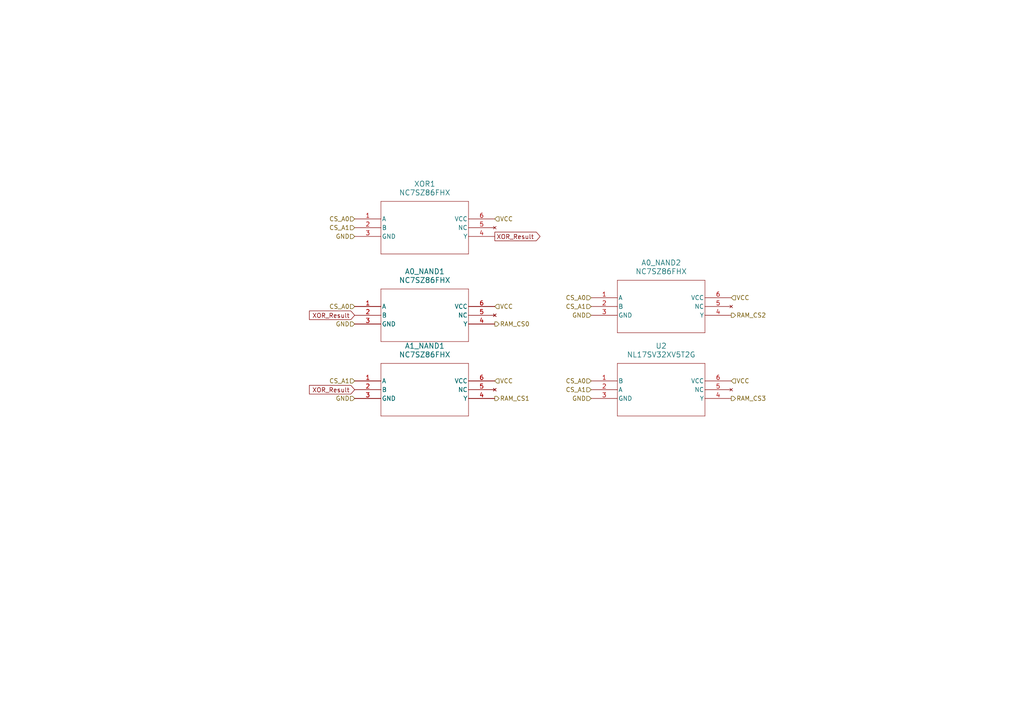
<source format=kicad_sch>
(kicad_sch
	(version 20250114)
	(generator "eeschema")
	(generator_version "9.0")
	(uuid "1e08d9c5-e7b8-4cf6-819c-9b07cdaf404f")
	(paper "A4")
	(lib_symbols
		(symbol "74LVC1G57FW4-7:NC7SZ86FHX"
			(pin_names
				(offset 0.254)
			)
			(exclude_from_sim no)
			(in_bom yes)
			(on_board yes)
			(property "Reference" "U"
				(at 20.32 10.16 0)
				(effects
					(font
						(size 1.524 1.524)
					)
				)
			)
			(property "Value" "NC7SZ86FHX"
				(at 20.32 7.62 0)
				(effects
					(font
						(size 1.524 1.524)
					)
				)
			)
			(property "Footprint" "MICROPAK2-6_1X1_ONS"
				(at 0 0 0)
				(effects
					(font
						(size 1.27 1.27)
						(italic yes)
					)
					(hide yes)
				)
			)
			(property "Datasheet" "NC7SZ86FHX"
				(at 0 0 0)
				(effects
					(font
						(size 1.27 1.27)
						(italic yes)
					)
					(hide yes)
				)
			)
			(property "Description" ""
				(at 0 0 0)
				(effects
					(font
						(size 1.27 1.27)
					)
					(hide yes)
				)
			)
			(property "ki_locked" ""
				(at 0 0 0)
				(effects
					(font
						(size 1.27 1.27)
					)
				)
			)
			(property "ki_keywords" "NC7SZ86FHX"
				(at 0 0 0)
				(effects
					(font
						(size 1.27 1.27)
					)
					(hide yes)
				)
			)
			(property "ki_fp_filters" "MICROPAK2-6_1X1_ONS MICROPAK2-6_1X1_ONS-M MICROPAK2-6_1X1_ONS-L"
				(at 0 0 0)
				(effects
					(font
						(size 1.27 1.27)
					)
					(hide yes)
				)
			)
			(symbol "NC7SZ86FHX_0_1"
				(polyline
					(pts
						(xy 7.62 5.08) (xy 7.62 -10.16)
					)
					(stroke
						(width 0.127)
						(type default)
					)
					(fill
						(type none)
					)
				)
				(polyline
					(pts
						(xy 7.62 -10.16) (xy 33.02 -10.16)
					)
					(stroke
						(width 0.127)
						(type default)
					)
					(fill
						(type none)
					)
				)
				(polyline
					(pts
						(xy 33.02 5.08) (xy 7.62 5.08)
					)
					(stroke
						(width 0.127)
						(type default)
					)
					(fill
						(type none)
					)
				)
				(polyline
					(pts
						(xy 33.02 -10.16) (xy 33.02 5.08)
					)
					(stroke
						(width 0.127)
						(type default)
					)
					(fill
						(type none)
					)
				)
				(pin unspecified line
					(at 0 0 0)
					(length 7.62)
					(name "A"
						(effects
							(font
								(size 1.27 1.27)
							)
						)
					)
					(number "1"
						(effects
							(font
								(size 1.27 1.27)
							)
						)
					)
				)
				(pin unspecified line
					(at 0 -2.54 0)
					(length 7.62)
					(name "B"
						(effects
							(font
								(size 1.27 1.27)
							)
						)
					)
					(number "2"
						(effects
							(font
								(size 1.27 1.27)
							)
						)
					)
				)
				(pin power_out line
					(at 0 -5.08 0)
					(length 7.62)
					(name "GND"
						(effects
							(font
								(size 1.27 1.27)
							)
						)
					)
					(number "3"
						(effects
							(font
								(size 1.27 1.27)
							)
						)
					)
				)
				(pin power_in line
					(at 40.64 0 180)
					(length 7.62)
					(name "VCC"
						(effects
							(font
								(size 1.27 1.27)
							)
						)
					)
					(number "6"
						(effects
							(font
								(size 1.27 1.27)
							)
						)
					)
				)
				(pin no_connect line
					(at 40.64 -2.54 180)
					(length 7.62)
					(name "NC"
						(effects
							(font
								(size 1.27 1.27)
							)
						)
					)
					(number "5"
						(effects
							(font
								(size 1.27 1.27)
							)
						)
					)
				)
				(pin unspecified line
					(at 40.64 -5.08 180)
					(length 7.62)
					(name "Y"
						(effects
							(font
								(size 1.27 1.27)
							)
						)
					)
					(number "4"
						(effects
							(font
								(size 1.27 1.27)
							)
						)
					)
				)
			)
			(embedded_fonts no)
		)
		(symbol "NC7SZ86FHX:NC7SZ86FHX"
			(pin_names
				(offset 0.254)
			)
			(exclude_from_sim no)
			(in_bom yes)
			(on_board yes)
			(property "Reference" "U"
				(at 20.32 10.16 0)
				(effects
					(font
						(size 1.524 1.524)
					)
				)
			)
			(property "Value" "NC7SZ86FHX"
				(at 20.32 7.62 0)
				(effects
					(font
						(size 1.524 1.524)
					)
				)
			)
			(property "Footprint" "MICROPAK2-6_1X1_ONS"
				(at 0 0 0)
				(effects
					(font
						(size 1.27 1.27)
						(italic yes)
					)
					(hide yes)
				)
			)
			(property "Datasheet" "NC7SZ86FHX"
				(at 0 0 0)
				(effects
					(font
						(size 1.27 1.27)
						(italic yes)
					)
					(hide yes)
				)
			)
			(property "Description" ""
				(at 0 0 0)
				(effects
					(font
						(size 1.27 1.27)
					)
					(hide yes)
				)
			)
			(property "ki_locked" ""
				(at 0 0 0)
				(effects
					(font
						(size 1.27 1.27)
					)
				)
			)
			(property "ki_keywords" "NC7SZ86FHX"
				(at 0 0 0)
				(effects
					(font
						(size 1.27 1.27)
					)
					(hide yes)
				)
			)
			(property "ki_fp_filters" "MICROPAK2-6_1X1_ONS MICROPAK2-6_1X1_ONS-M MICROPAK2-6_1X1_ONS-L"
				(at 0 0 0)
				(effects
					(font
						(size 1.27 1.27)
					)
					(hide yes)
				)
			)
			(symbol "NC7SZ86FHX_0_1"
				(polyline
					(pts
						(xy 7.62 5.08) (xy 7.62 -10.16)
					)
					(stroke
						(width 0.127)
						(type default)
					)
					(fill
						(type none)
					)
				)
				(polyline
					(pts
						(xy 7.62 -10.16) (xy 33.02 -10.16)
					)
					(stroke
						(width 0.127)
						(type default)
					)
					(fill
						(type none)
					)
				)
				(polyline
					(pts
						(xy 33.02 5.08) (xy 7.62 5.08)
					)
					(stroke
						(width 0.127)
						(type default)
					)
					(fill
						(type none)
					)
				)
				(polyline
					(pts
						(xy 33.02 -10.16) (xy 33.02 5.08)
					)
					(stroke
						(width 0.127)
						(type default)
					)
					(fill
						(type none)
					)
				)
				(pin unspecified line
					(at 0 0 0)
					(length 7.62)
					(name "A"
						(effects
							(font
								(size 1.27 1.27)
							)
						)
					)
					(number "1"
						(effects
							(font
								(size 1.27 1.27)
							)
						)
					)
				)
				(pin unspecified line
					(at 0 -2.54 0)
					(length 7.62)
					(name "B"
						(effects
							(font
								(size 1.27 1.27)
							)
						)
					)
					(number "2"
						(effects
							(font
								(size 1.27 1.27)
							)
						)
					)
				)
				(pin power_out line
					(at 0 -5.08 0)
					(length 7.62)
					(name "GND"
						(effects
							(font
								(size 1.27 1.27)
							)
						)
					)
					(number "3"
						(effects
							(font
								(size 1.27 1.27)
							)
						)
					)
				)
				(pin power_in line
					(at 40.64 0 180)
					(length 7.62)
					(name "VCC"
						(effects
							(font
								(size 1.27 1.27)
							)
						)
					)
					(number "6"
						(effects
							(font
								(size 1.27 1.27)
							)
						)
					)
				)
				(pin no_connect line
					(at 40.64 -2.54 180)
					(length 7.62)
					(name "NC"
						(effects
							(font
								(size 1.27 1.27)
							)
						)
					)
					(number "5"
						(effects
							(font
								(size 1.27 1.27)
							)
						)
					)
				)
				(pin unspecified line
					(at 40.64 -5.08 180)
					(length 7.62)
					(name "Y"
						(effects
							(font
								(size 1.27 1.27)
							)
						)
					)
					(number "4"
						(effects
							(font
								(size 1.27 1.27)
							)
						)
					)
				)
			)
			(embedded_fonts no)
		)
		(symbol "NL17SV32XV5T2G:NL17SV32XV5T2G"
			(pin_names
				(offset 0.254)
			)
			(exclude_from_sim no)
			(in_bom yes)
			(on_board yes)
			(property "Reference" "U"
				(at 20.32 10.16 0)
				(effects
					(font
						(size 1.524 1.524)
					)
				)
			)
			(property "Value" "NL17SV32XV5T2G"
				(at 20.32 7.62 0)
				(effects
					(font
						(size 1.524 1.524)
					)
				)
			)
			(property "Footprint" "SOT553-5_ONS"
				(at 0 0 0)
				(effects
					(font
						(size 1.27 1.27)
						(italic yes)
					)
					(hide yes)
				)
			)
			(property "Datasheet" "NL17SV32XV5T2G"
				(at 0 0 0)
				(effects
					(font
						(size 1.27 1.27)
						(italic yes)
					)
					(hide yes)
				)
			)
			(property "Description" ""
				(at 0 0 0)
				(effects
					(font
						(size 1.27 1.27)
					)
					(hide yes)
				)
			)
			(property "ki_locked" ""
				(at 0 0 0)
				(effects
					(font
						(size 1.27 1.27)
					)
				)
			)
			(property "ki_keywords" "NL17SV32XV5T2G"
				(at 0 0 0)
				(effects
					(font
						(size 1.27 1.27)
					)
					(hide yes)
				)
			)
			(property "ki_fp_filters" "SOT553-5_ONS SOT553-5_ONS-M SOT553-5_ONS-L"
				(at 0 0 0)
				(effects
					(font
						(size 1.27 1.27)
					)
					(hide yes)
				)
			)
			(symbol "NL17SV32XV5T2G_0_1"
				(polyline
					(pts
						(xy 7.62 5.08) (xy 7.62 -10.16)
					)
					(stroke
						(width 0.127)
						(type default)
					)
					(fill
						(type none)
					)
				)
				(polyline
					(pts
						(xy 7.62 -10.16) (xy 33.02 -10.16)
					)
					(stroke
						(width 0.127)
						(type default)
					)
					(fill
						(type none)
					)
				)
				(polyline
					(pts
						(xy 33.02 5.08) (xy 7.62 5.08)
					)
					(stroke
						(width 0.127)
						(type default)
					)
					(fill
						(type none)
					)
				)
				(polyline
					(pts
						(xy 33.02 -10.16) (xy 33.02 5.08)
					)
					(stroke
						(width 0.127)
						(type default)
					)
					(fill
						(type none)
					)
				)
			)
			(symbol "NL17SV32XV5T2G_1_1"
				(pin unspecified line
					(at 0 0 0)
					(length 7.62)
					(name "B"
						(effects
							(font
								(size 1.27 1.27)
							)
						)
					)
					(number "1"
						(effects
							(font
								(size 1.27 1.27)
							)
						)
					)
				)
				(pin unspecified line
					(at 0 -2.54 0)
					(length 7.62)
					(name "A"
						(effects
							(font
								(size 1.27 1.27)
							)
						)
					)
					(number "2"
						(effects
							(font
								(size 1.27 1.27)
							)
						)
					)
				)
				(pin unspecified line
					(at 0 -5.08 0)
					(length 7.62)
					(name "GND"
						(effects
							(font
								(size 1.27 1.27)
							)
						)
					)
					(number "3"
						(effects
							(font
								(size 1.27 1.27)
							)
						)
					)
				)
				(pin unspecified line
					(at 40.64 0 180)
					(length 7.62)
					(name "VCC"
						(effects
							(font
								(size 1.27 1.27)
							)
						)
					)
					(number "6"
						(effects
							(font
								(size 1.27 1.27)
							)
						)
					)
				)
				(pin no_connect line
					(at 40.64 -2.54 180)
					(length 7.62)
					(name "NC"
						(effects
							(font
								(size 1.27 1.27)
							)
						)
					)
					(number "5"
						(effects
							(font
								(size 1.27 1.27)
							)
						)
					)
				)
				(pin unspecified line
					(at 40.64 -5.08 180)
					(length 7.62)
					(name "Y"
						(effects
							(font
								(size 1.27 1.27)
							)
						)
					)
					(number "4"
						(effects
							(font
								(size 1.27 1.27)
							)
						)
					)
				)
			)
			(embedded_fonts no)
		)
	)
	(global_label "XOR_Result"
		(shape output)
		(at 143.51 68.58 0)
		(fields_autoplaced yes)
		(effects
			(font
				(size 1.27 1.27)
			)
			(justify left)
		)
		(uuid "4f71a780-abb6-45fc-bce5-eea3d47ae2b2")
		(property "Intersheetrefs" "${INTERSHEET_REFS}"
			(at 157.1994 68.58 0)
			(effects
				(font
					(size 1.27 1.27)
				)
				(justify left)
				(hide yes)
			)
		)
	)
	(global_label "XOR_Result"
		(shape input)
		(at 102.87 113.03 180)
		(fields_autoplaced yes)
		(effects
			(font
				(size 1.27 1.27)
			)
			(justify right)
		)
		(uuid "a62c290d-47cd-430e-83f0-b094beb88d88")
		(property "Intersheetrefs" "${INTERSHEET_REFS}"
			(at 89.1806 113.03 0)
			(effects
				(font
					(size 1.27 1.27)
				)
				(justify right)
				(hide yes)
			)
		)
	)
	(global_label "XOR_Result"
		(shape input)
		(at 102.87 91.44 180)
		(fields_autoplaced yes)
		(effects
			(font
				(size 1.27 1.27)
			)
			(justify right)
		)
		(uuid "e4785c57-6be4-438d-aa91-205fde899d27")
		(property "Intersheetrefs" "${INTERSHEET_REFS}"
			(at 89.1806 91.44 0)
			(effects
				(font
					(size 1.27 1.27)
				)
				(justify right)
				(hide yes)
			)
		)
	)
	(hierarchical_label "RAM_CS1"
		(shape output)
		(at 143.51 115.57 0)
		(effects
			(font
				(size 1.27 1.27)
			)
			(justify left)
		)
		(uuid "0088fb2e-9188-4cc8-ae68-e44caeef7f3d")
	)
	(hierarchical_label "CS_A0"
		(shape input)
		(at 102.87 88.9 180)
		(effects
			(font
				(size 1.27 1.27)
			)
			(justify right)
		)
		(uuid "0e982c1c-a1d4-449a-bde2-3ab82a8aa83b")
	)
	(hierarchical_label "GND"
		(shape input)
		(at 102.87 68.58 180)
		(effects
			(font
				(size 1.27 1.27)
			)
			(justify right)
		)
		(uuid "10725b84-822a-4a5e-814f-f7a6be650fb2")
	)
	(hierarchical_label "RAM_CS0"
		(shape output)
		(at 143.51 93.98 0)
		(effects
			(font
				(size 1.27 1.27)
			)
			(justify left)
		)
		(uuid "2c777eee-ef8b-4aab-b7f3-d1e8f0b4f37c")
	)
	(hierarchical_label "CS_A0"
		(shape input)
		(at 171.45 110.49 180)
		(effects
			(font
				(size 1.27 1.27)
			)
			(justify right)
		)
		(uuid "32a3d273-9b3f-4791-bb19-612e4cd730ef")
	)
	(hierarchical_label "VCC"
		(shape input)
		(at 143.51 110.49 0)
		(effects
			(font
				(size 1.27 1.27)
			)
			(justify left)
		)
		(uuid "3b0d5018-6557-457c-a766-ad8ae09bb4b3")
	)
	(hierarchical_label "CS_A1"
		(shape input)
		(at 102.87 110.49 180)
		(effects
			(font
				(size 1.27 1.27)
			)
			(justify right)
		)
		(uuid "4f9c17b0-ce3c-47aa-bb52-7b9fc87e45e0")
	)
	(hierarchical_label "CS_A0"
		(shape input)
		(at 102.87 63.5 180)
		(effects
			(font
				(size 1.27 1.27)
			)
			(justify right)
		)
		(uuid "57af0a20-bdbd-4b1e-8ec8-e87e39b465e0")
	)
	(hierarchical_label "GND"
		(shape input)
		(at 102.87 115.57 180)
		(effects
			(font
				(size 1.27 1.27)
			)
			(justify right)
		)
		(uuid "5891e1ad-e777-4636-95d8-3d27459c8864")
	)
	(hierarchical_label "VCC"
		(shape input)
		(at 212.09 86.36 0)
		(effects
			(font
				(size 1.27 1.27)
			)
			(justify left)
		)
		(uuid "64d4dcbd-08be-4be8-84af-91b5350334d7")
	)
	(hierarchical_label "CS_A1"
		(shape input)
		(at 171.45 88.9 180)
		(effects
			(font
				(size 1.27 1.27)
			)
			(justify right)
		)
		(uuid "75e07318-10d6-470a-8c60-a4459f1c5f3b")
	)
	(hierarchical_label "RAM_CS2"
		(shape output)
		(at 212.09 91.44 0)
		(effects
			(font
				(size 1.27 1.27)
			)
			(justify left)
		)
		(uuid "76cf7497-fe27-4531-8469-5477cf73270d")
	)
	(hierarchical_label "GND"
		(shape input)
		(at 171.45 115.57 180)
		(effects
			(font
				(size 1.27 1.27)
			)
			(justify right)
		)
		(uuid "7db9a3a2-3a21-4672-9d1f-137b0602d439")
	)
	(hierarchical_label "CS_A1"
		(shape input)
		(at 171.45 113.03 180)
		(effects
			(font
				(size 1.27 1.27)
			)
			(justify right)
		)
		(uuid "8b4c34fa-7e1f-4e22-a142-f23bd2407b90")
	)
	(hierarchical_label "VCC"
		(shape input)
		(at 212.09 110.49 0)
		(effects
			(font
				(size 1.27 1.27)
			)
			(justify left)
		)
		(uuid "999989c7-6cb3-418e-893a-ee9bca3aaf8a")
	)
	(hierarchical_label "CS_A0"
		(shape input)
		(at 171.45 86.36 180)
		(effects
			(font
				(size 1.27 1.27)
			)
			(justify right)
		)
		(uuid "a6238607-25d7-4d78-aa55-a48488fec2d5")
	)
	(hierarchical_label "RAM_CS3"
		(shape output)
		(at 212.09 115.57 0)
		(effects
			(font
				(size 1.27 1.27)
			)
			(justify left)
		)
		(uuid "a87a0a37-4daa-44d9-bdba-1c3d745e48e5")
	)
	(hierarchical_label "VCC"
		(shape input)
		(at 143.51 88.9 0)
		(effects
			(font
				(size 1.27 1.27)
			)
			(justify left)
		)
		(uuid "ad5a62aa-fbd9-4cdc-8863-47c99bf6d7e5")
	)
	(hierarchical_label "CS_A1"
		(shape input)
		(at 102.87 66.04 180)
		(effects
			(font
				(size 1.27 1.27)
			)
			(justify right)
		)
		(uuid "b2f9f0b9-74de-45fd-932a-338985bee3a6")
	)
	(hierarchical_label "GND"
		(shape input)
		(at 171.45 91.44 180)
		(effects
			(font
				(size 1.27 1.27)
			)
			(justify right)
		)
		(uuid "c354907d-0dec-42fa-8f83-6b289e0507a8")
	)
	(hierarchical_label "GND"
		(shape input)
		(at 102.87 93.98 180)
		(effects
			(font
				(size 1.27 1.27)
			)
			(justify right)
		)
		(uuid "e3d7a427-cfdb-47e2-9e18-78753868f468")
	)
	(hierarchical_label "VCC"
		(shape input)
		(at 143.51 63.5 0)
		(effects
			(font
				(size 1.27 1.27)
			)
			(justify left)
		)
		(uuid "eb04223c-89d0-4997-867a-4c0088160bff")
	)
	(symbol
		(lib_id "74LVC1G57FW4-7:NC7SZ86FHX")
		(at 102.87 88.9 0)
		(unit 1)
		(exclude_from_sim no)
		(in_bom yes)
		(on_board yes)
		(dnp no)
		(uuid "218def52-50ba-4653-8c47-29b9f3ef50e3")
		(property "Reference" "A0_NAND1"
			(at 123.19 78.74 0)
			(effects
				(font
					(size 1.524 1.524)
				)
			)
		)
		(property "Value" "NC7SZ86FHX"
			(at 123.19 81.28 0)
			(effects
				(font
					(size 1.524 1.524)
				)
			)
		)
		(property "Footprint" "MICROPAK2-6_1X1_ONS"
			(at 102.87 88.9 0)
			(effects
				(font
					(size 1.27 1.27)
					(italic yes)
				)
				(hide yes)
			)
		)
		(property "Datasheet" "NC7SZ86FHX"
			(at 102.87 88.9 0)
			(effects
				(font
					(size 1.27 1.27)
					(italic yes)
				)
				(hide yes)
			)
		)
		(property "Description" ""
			(at 102.87 88.9 0)
			(effects
				(font
					(size 1.27 1.27)
				)
				(hide yes)
			)
		)
		(pin "2"
			(uuid "2aaf2307-b176-4c28-82fa-f49b1e2e995f")
		)
		(pin "1"
			(uuid "e79ac87a-af20-42c6-b3bd-9d4abb378bc5")
		)
		(pin "4"
			(uuid "c9c66647-d873-4d57-be98-cd130844b4f9")
		)
		(pin "6"
			(uuid "27738f07-4753-4d17-afff-f76f5fc3dd83")
		)
		(pin "3"
			(uuid "62d5afe9-ecb6-4375-946d-12ad7bef8279")
		)
		(pin "5"
			(uuid "ec70a1a5-5910-4da0-8166-b1557f08bf96")
		)
		(instances
			(project "mem_pmod"
				(path "/8545f811-7daa-4113-8e8d-885fb4bac67c/804b1b15-b3a4-42f5-bffd-461eba3cfa95"
					(reference "A0_NAND1")
					(unit 1)
				)
			)
		)
	)
	(symbol
		(lib_id "74LVC1G57FW4-7:NC7SZ86FHX")
		(at 171.45 86.36 0)
		(unit 1)
		(exclude_from_sim no)
		(in_bom yes)
		(on_board yes)
		(dnp no)
		(uuid "27b5fc6a-d823-4edf-8523-c7dc3ef1e485")
		(property "Reference" "A0_NAND2"
			(at 191.77 76.2 0)
			(effects
				(font
					(size 1.524 1.524)
				)
			)
		)
		(property "Value" "NC7SZ86FHX"
			(at 191.77 78.74 0)
			(effects
				(font
					(size 1.524 1.524)
				)
			)
		)
		(property "Footprint" "MICROPAK2-6_1X1_ONS"
			(at 171.45 86.36 0)
			(effects
				(font
					(size 1.27 1.27)
					(italic yes)
				)
				(hide yes)
			)
		)
		(property "Datasheet" "NC7SZ86FHX"
			(at 171.45 86.36 0)
			(effects
				(font
					(size 1.27 1.27)
					(italic yes)
				)
				(hide yes)
			)
		)
		(property "Description" ""
			(at 171.45 86.36 0)
			(effects
				(font
					(size 1.27 1.27)
				)
				(hide yes)
			)
		)
		(pin "2"
			(uuid "2a87928b-a797-41b5-bb08-9d9405630697")
		)
		(pin "1"
			(uuid "95ca4452-f061-48bb-8183-2298a87f95bc")
		)
		(pin "4"
			(uuid "cffaf4a0-4565-4348-ac3b-f184a1203ecb")
		)
		(pin "6"
			(uuid "fb975f00-bb79-469e-a191-af82760206c7")
		)
		(pin "3"
			(uuid "a113563e-939d-4315-922e-73861f9f205e")
		)
		(pin "5"
			(uuid "0d336885-16a9-43dd-8ef3-8fa7c399de01")
		)
		(instances
			(project "mem_pmod"
				(path "/8545f811-7daa-4113-8e8d-885fb4bac67c/804b1b15-b3a4-42f5-bffd-461eba3cfa95"
					(reference "A0_NAND2")
					(unit 1)
				)
			)
		)
	)
	(symbol
		(lib_id "NC7SZ86FHX:NC7SZ86FHX")
		(at 102.87 63.5 0)
		(unit 1)
		(exclude_from_sim no)
		(in_bom yes)
		(on_board yes)
		(dnp no)
		(fields_autoplaced yes)
		(uuid "43742564-99fd-4af6-acfd-c9a395649383")
		(property "Reference" "XOR1"
			(at 123.19 53.34 0)
			(effects
				(font
					(size 1.524 1.524)
				)
			)
		)
		(property "Value" "NC7SZ86FHX"
			(at 123.19 55.88 0)
			(effects
				(font
					(size 1.524 1.524)
				)
			)
		)
		(property "Footprint" "MICROPAK2-6_1X1_ONS"
			(at 102.87 63.5 0)
			(effects
				(font
					(size 1.27 1.27)
					(italic yes)
				)
				(hide yes)
			)
		)
		(property "Datasheet" "NC7SZ86FHX"
			(at 102.87 63.5 0)
			(effects
				(font
					(size 1.27 1.27)
					(italic yes)
				)
				(hide yes)
			)
		)
		(property "Description" ""
			(at 102.87 63.5 0)
			(effects
				(font
					(size 1.27 1.27)
				)
				(hide yes)
			)
		)
		(pin "3"
			(uuid "80d5ed7d-2e65-4573-b0d1-424d9cd3ab9e")
		)
		(pin "6"
			(uuid "ed6802ed-5c84-4b89-b983-20d114615660")
		)
		(pin "4"
			(uuid "d47eaff4-1af6-425e-a266-331331baaad6")
		)
		(pin "2"
			(uuid "a1e4f48b-e0c9-47ac-a732-4ded48db2fe3")
		)
		(pin "5"
			(uuid "fb392faa-9f12-4271-a49f-c83415f23d2b")
		)
		(pin "1"
			(uuid "ed58763a-4d92-4c32-96a8-c09ffb461fad")
		)
		(instances
			(project "mem_pmod"
				(path "/8545f811-7daa-4113-8e8d-885fb4bac67c/804b1b15-b3a4-42f5-bffd-461eba3cfa95"
					(reference "XOR1")
					(unit 1)
				)
			)
		)
	)
	(symbol
		(lib_id "74LVC1G57FW4-7:NC7SZ86FHX")
		(at 102.87 110.49 0)
		(unit 1)
		(exclude_from_sim no)
		(in_bom yes)
		(on_board yes)
		(dnp no)
		(fields_autoplaced yes)
		(uuid "6caac409-c8ee-4d8c-a5a6-2f00352c1a0b")
		(property "Reference" "A1_NAND1"
			(at 123.19 100.33 0)
			(effects
				(font
					(size 1.524 1.524)
				)
			)
		)
		(property "Value" "NC7SZ86FHX"
			(at 123.19 102.87 0)
			(effects
				(font
					(size 1.524 1.524)
				)
			)
		)
		(property "Footprint" "MICROPAK2-6_1X1_ONS"
			(at 102.87 110.49 0)
			(effects
				(font
					(size 1.27 1.27)
					(italic yes)
				)
				(hide yes)
			)
		)
		(property "Datasheet" "NC7SZ86FHX"
			(at 102.87 110.49 0)
			(effects
				(font
					(size 1.27 1.27)
					(italic yes)
				)
				(hide yes)
			)
		)
		(property "Description" ""
			(at 102.87 110.49 0)
			(effects
				(font
					(size 1.27 1.27)
				)
				(hide yes)
			)
		)
		(pin "2"
			(uuid "99f383c1-14e8-4e92-aa74-c941e066d217")
		)
		(pin "1"
			(uuid "29fb11c6-5613-4007-ac81-82b9375ea080")
		)
		(pin "4"
			(uuid "9f00411d-beb0-4398-a548-e511281cf50b")
		)
		(pin "6"
			(uuid "dfe18c33-9744-4361-9a0e-e051d88c662d")
		)
		(pin "3"
			(uuid "7c198524-fa6a-41bb-9bf7-1b9d9f060dc9")
		)
		(pin "5"
			(uuid "6a101d7f-a402-4b6d-9fbf-3479c4ce2858")
		)
		(instances
			(project "mem_pmod"
				(path "/8545f811-7daa-4113-8e8d-885fb4bac67c/804b1b15-b3a4-42f5-bffd-461eba3cfa95"
					(reference "A1_NAND1")
					(unit 1)
				)
			)
		)
	)
	(symbol
		(lib_id "NL17SV32XV5T2G:NL17SV32XV5T2G")
		(at 171.45 110.49 0)
		(unit 1)
		(exclude_from_sim no)
		(in_bom yes)
		(on_board yes)
		(dnp no)
		(fields_autoplaced yes)
		(uuid "a6970399-9f03-4743-aac6-b55d9e12643a")
		(property "Reference" "U2"
			(at 191.77 100.33 0)
			(effects
				(font
					(size 1.524 1.524)
				)
			)
		)
		(property "Value" "NL17SV32XV5T2G"
			(at 191.77 102.87 0)
			(effects
				(font
					(size 1.524 1.524)
				)
			)
		)
		(property "Footprint" "SOT553-5_ONS"
			(at 171.45 110.49 0)
			(effects
				(font
					(size 1.27 1.27)
					(italic yes)
				)
				(hide yes)
			)
		)
		(property "Datasheet" "NL17SV32XV5T2G"
			(at 171.45 110.49 0)
			(effects
				(font
					(size 1.27 1.27)
					(italic yes)
				)
				(hide yes)
			)
		)
		(property "Description" ""
			(at 171.45 110.49 0)
			(effects
				(font
					(size 1.27 1.27)
				)
				(hide yes)
			)
		)
		(pin "1"
			(uuid "a7225720-6356-4c9a-893c-f51d77712ad5")
		)
		(pin "3"
			(uuid "4e66caa7-2b57-4962-8517-231883e0341d")
		)
		(pin "5"
			(uuid "6cbb5c0a-10b5-480c-bb57-1b34159ce2ad")
		)
		(pin "4"
			(uuid "d2b58f1b-8702-4f72-acee-81bac891e511")
		)
		(pin "6"
			(uuid "4860662e-6cb0-43c9-ad06-bd1654d18be0")
		)
		(pin "2"
			(uuid "fe2c843a-7ec8-45d8-9761-b8982773862d")
		)
		(instances
			(project "mem_pmod"
				(path "/8545f811-7daa-4113-8e8d-885fb4bac67c/804b1b15-b3a4-42f5-bffd-461eba3cfa95"
					(reference "U2")
					(unit 1)
				)
			)
		)
	)
)

</source>
